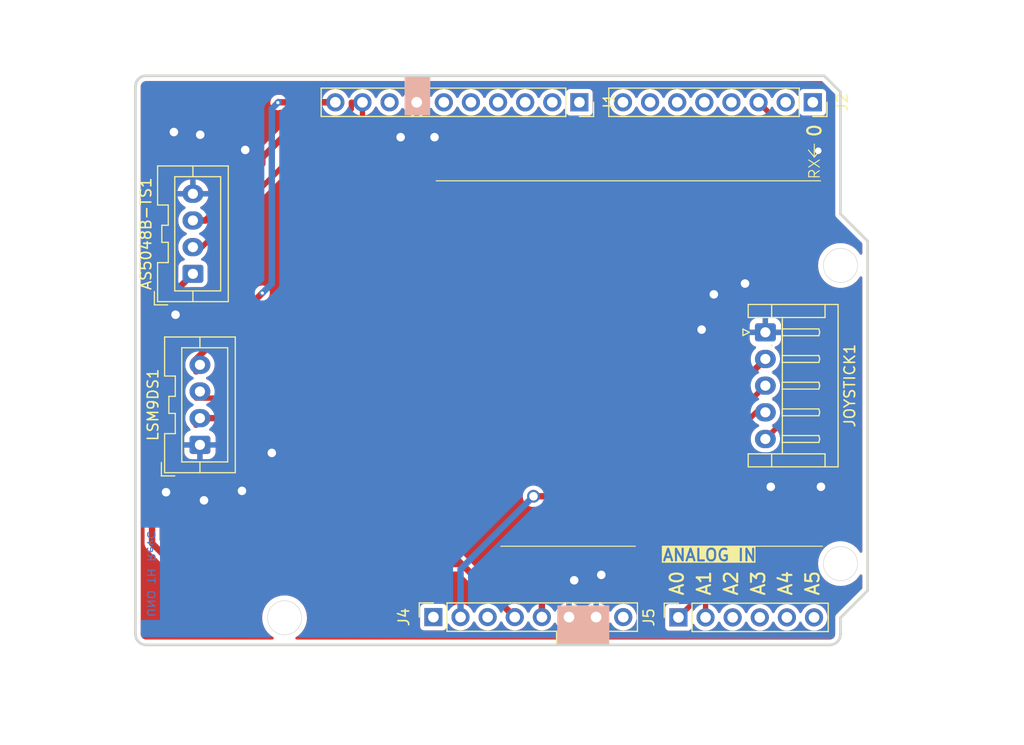
<source format=kicad_pcb>
(kicad_pcb (version 20240108) (generator "pcbnew") (generator_version "8.0")
  (layers (0 "F.Cu" signal) (31 "B.Cu" signal) (34 "B.Paste" user) (35 "F.Paste" user) (36 "B.SilkS" user "B.Silkscreen") (37 "F.SilkS" user "F.Silkscreen") (38 "B.Mask" user) (39 "F.Mask" user) (44 "Edge.Cuts" user))
  (net 0 "")
  (net 1 "AD4{slash}SDA")
  (net 2 "GND")
  (net 3 "AD5{slash}SCL")
  (net 4 "+3.3V")
  (net 5 "AREF")
  (net 6 "MISO")
  (net 7 "IO8")
  (net 8 "SCK")
  (net 9 "MOSI")
  (net 10 "SS")
  (net 11 "IO9")
  (net 12 "IO1")
  (net 13 "IO7")
  (net 14 "IO2")
  (net 15 "IO0")
  (net 16 "IO4")
  (net 17 "IO3")
  (net 18 "IO5")
  (net 19 "IO6")
  (net 20 "+5V")
  (net 22 "RESET")
  (net 23 "VCC")
  (net 24 "AD0")
  (net 25 "AD1")
  (net 26 "AD2")
  (net 27 "AD3")
  (net 28 "AD4")
  (net 29 "AD5")
  (footprint "Connector_PinSocket_2.54mm:PinSocket_1x10_P2.54mm_Vertical" (layer "F.Cu") (at 220.2 45.625 -90)
    (property "Reference" "J1" (at 0 -2.77 90) (layer "F.SilkS"))
    (property "Value" "PPTC101LFBN-RC" (hide yes))
    (fp_line (start -1.33 24.19) (end 1.33 24.19) (stroke (width 0.12)) (layer "F.SilkS"))
    (fp_line (start -1.33 1.27) (end -1.33 24.19) (stroke (width 0.12)) (layer "F.SilkS"))
    (fp_line (start -1.33 1.27) (end 1.33 1.27) (stroke (width 0.12)) (layer "F.SilkS"))
    (fp_line (start 1.33 1.27) (end 1.33 24.19) (stroke (width 0.12)) (layer "F.SilkS"))
    (fp_line (start 0 -1.33) (end 1.33 -1.33) (stroke (width 0.12)) (layer "F.SilkS"))
    (fp_line (start 1.33 -1.33) (end 1.33 0) (stroke (width 0.12)) (layer "F.SilkS"))
    (pad "1" thru_hole rect (at 0 0 270) (size 1.7 1.7) (drill 1) (layers "*.Cu" "*.Mask") (net 7 "IO8"))
    (pad "2" thru_hole oval (at 0 2.54 270) (size 1.7 1.7) (drill 1) (layers "*.Cu" "*.Mask") (net 11 "IO9"))
    (pad "3" thru_hole oval (at 0 5.08 270) (size 1.7 1.7) (drill 1) (layers "*.Cu" "*.Mask") (net 10 "SS"))
    (pad "4" thru_hole oval (at 0 7.62 270) (size 1.7 1.7) (drill 1) (layers "*.Cu" "*.Mask") (net 9 "MOSI"))
    (pad "5" thru_hole oval (at 0 10.16 270) (size 1.7 1.7) (drill 1) (layers "*.Cu" "*.Mask") (net 6 "MISO"))
    (pad "6" thru_hole oval (at 0 12.7 270) (size 1.7 1.7) (drill 1) (layers "*.Cu" "*.Mask") (net 8 "SCK"))
    (pad "7" thru_hole oval (at 0 15.24 270) (size 1.7 1.7) (drill 1) (layers "*.Cu" "*.Mask") (net 2 "GND"))
    (pad "8" thru_hole oval (at 0 17.78 270) (size 1.7 1.7) (drill 1) (layers "*.Cu" "*.Mask") (net 5 "AREF"))
    (pad "9" thru_hole oval (at 0 20.32 270) (size 1.7 1.7) (drill 1) (layers "*.Cu" "*.Mask") (net 1 "AD4{slash}SDA"))
    (pad "10" thru_hole oval (at 0 22.86 270) (size 1.7 1.7) (drill 1) (layers "*.Cu" "*.Mask") (net 3 "AD5{slash}SCL"))
  )
  (footprint "Connector_JST:JST_EH_S5B-EH_1x05_P2.50mm_Horizontal" (layer "F.Cu") (at 237.617 67.183 -90)
    (property "Reference" "JOYSTICK1" (at 5 -7.9 90) (layer "F.SilkS"))
    (property "Value" "Conn_01x05")
    (fp_line (start -0.3 2.1) (end 0.3 2.1) (stroke (width 0.12)) (layer "F.SilkS"))
    (fp_line (start 0.3 2.1) (end 0 1.5) (stroke (width 0.12)) (layer "F.SilkS"))
    (fp_line (start -2.61 1.61) (end -2.61 -6.81) (stroke (width 0.12)) (layer "F.SilkS"))
    (fp_line (start -1.39 1.61) (end -2.61 1.61) (stroke (width 0.12)) (layer "F.SilkS"))
    (fp_line (start 11.39 1.61) (end 11.39 -0.59) (stroke (width 0.12)) (layer "F.SilkS"))
    (fp_line (start 12.61 1.61) (end 11.39 1.61) (stroke (width 0.12)) (layer "F.SilkS"))
    (fp_line (start 0 1.5) (end -0.3 2.1) (stroke (width 0.12)) (layer "F.SilkS"))
    (fp_line (start -1.39 -0.59) (end -1.39 1.61) (stroke (width 0.12)) (layer "F.SilkS"))
    (fp_line (start -1.39 -0.59) (end -2.61 -0.59) (stroke (width 0.12)) (layer "F.SilkS"))
    (fp_line (start 1.17 -0.59) (end 1.33 -0.59) (stroke (width 0.12)) (layer "F.SilkS"))
    (fp_line (start 3.67 -0.59) (end 3.83 -0.59) (stroke (width 0.12)) (layer "F.SilkS"))
    (fp_line (start 6.17 -0.59) (end 6.33 -0.59) (stroke (width 0.12)) (layer "F.SilkS"))
    (fp_line (start 8.67 -0.59) (end 8.83 -0.59) (stroke (width 0.12)) (layer "F.SilkS"))
    (fp_line (start 11.39 -0.59) (end 12.61 -0.59) (stroke (width 0.12)) (layer "F.SilkS"))
    (fp_line (start -1.39 -1.59) (end 11.39 -1.59) (stroke (width 0.12)) (layer "F.SilkS"))
    (fp_line (start -0.32 -1.59) (end -0.32 -5.01) (stroke (width 0.12)) (layer "F.SilkS"))
    (fp_line (start 0 -1.59) (end -0.32 -1.59) (stroke (width 0.12)) (layer "F.SilkS"))
    (fp_line (start 0.32 -1.59) (end 0 -1.59) (stroke (width 0.12)) (layer "F.SilkS"))
    (fp_line (start 2.18 -1.59) (end 2.18 -5.01) (stroke (width 0.12)) (layer "F.SilkS"))
    (fp_line (start 2.5 -1.59) (end 2.18 -1.59) (stroke (width 0.12)) (layer "F.SilkS"))
    (fp_line (start 2.82 -1.59) (end 2.5 -1.59) (stroke (width 0.12)) (layer "F.SilkS"))
    (fp_line (start 4.68 -1.59) (end 4.68 -5.01) (stroke (width 0.12)) (layer "F.SilkS"))
    (fp_line (start 5 -1.59) (end 4.68 -1.59) (stroke (width 0.12)) (layer "F.SilkS"))
    (fp_line (start 5.32 -1.59) (end 5 -1.59) (stroke (width 0.12)) (layer "F.SilkS"))
    (fp_line (start 7.18 -1.59) (end 7.18 -5.01) (stroke (width 0.12)) (layer "F.SilkS"))
    (fp_line (start 7.5 -1.59) (end 7.18 -1.59) (stroke (width 0.12)) (layer "F.SilkS"))
    (fp_line (start 7.82 -1.59) (end 7.5 -1.59) (stroke (width 0.12)) (layer "F.SilkS"))
    (fp_line (start 9.68 -1.59) (end 9.68 -5.01) (stroke (width 0.12)) (layer "F.SilkS"))
    (fp_line (start 10 -1.59) (end 9.68 -1.59) (stroke (width 0.12)) (layer "F.SilkS"))
    (fp_line (start 10.32 -1.59) (end 10 -1.59) (stroke (width 0.12)) (layer "F.SilkS"))
    (fp_line (start -0.32 -5.01) (end 0 -5.09) (stroke (width 0.12)) (layer "F.SilkS"))
    (fp_line (start 0.32 -5.01) (end 0.32 -1.59) (stroke (width 0.12)) (layer "F.SilkS"))
    (fp_line (start 2.18 -5.01) (end 2.5 -5.09) (stroke (width 0.12)) (layer "F.SilkS"))
    (fp_line (start 2.82 -5.01) (end 2.82 -1.59) (stroke (width 0.12)) (layer "F.SilkS"))
    (fp_line (start 4.68 -5.01) (end 5 -5.09) (stroke (width 0.12)) (layer "F.SilkS"))
    (fp_line (start 5.32 -5.01) (end 5.32 -1.59) (stroke (width 0.12)) (layer "F.SilkS"))
    (fp_line (start 7.18 -5.01) (end 7.5 -5.09) (stroke (width 0.12)) (layer "F.SilkS"))
    (fp_line (start 7.82 -5.01) (end 7.82 -1.59) (stroke (width 0.12)) (layer "F.SilkS"))
    (fp_line (start 9.68 -5.01) (end 10 -5.09) (stroke (width 0.12)) (layer "F.SilkS"))
    (fp_line (start 10.32 -5.01) (end 10.32 -1.59) (stroke (width 0.12)) (layer "F.SilkS"))
    (fp_line (start 0 -5.09) (end 0.32 -5.01) (stroke (width 0.12)) (layer "F.SilkS"))
    (fp_line (start 2.5 -5.09) (end 2.82 -5.01) (stroke (width 0.12)) (layer "F.SilkS"))
    (fp_line (start 5 -5.09) (end 5.32 -5.01) (stroke (width 0.12)) (layer "F.SilkS"))
    (fp_line (start 7.5 -5.09) (end 7.82 -5.01) (stroke (width 0.12)) (layer "F.SilkS"))
    (fp_line (start 10 -5.09) (end 10.32 -5.01) (stroke (width 0.12)) (layer "F.SilkS"))
    (fp_line (start -2.61 -5.59) (end -1.39 -5.59) (stroke (width 0.12)) (layer "F.SilkS"))
    (fp_line (start -1.39 -5.59) (end -1.39 -0.59) (stroke (width 0.12)) (layer "F.SilkS"))
    (fp_line (start 11.39 -5.59) (end 11.39 -0.59) (stroke (width 0.12)) (layer "F.SilkS"))
    (fp_line (start 12.61 -5.59) (end 11.39 -5.59) (stroke (width 0.12)) (layer "F.SilkS"))
    (fp_line (start -2.61 -6.81) (end 12.61 -6.81) (stroke (width 0.12)) (layer "F.SilkS"))
    (fp_line (start 12.61 -6.81) (end 12.61 1.61) (stroke (width 0.12)) (layer "F.SilkS"))
    (pad "1" thru_hole roundrect (at 0 0 270) (size 1.7 1.95) (drill 0.95) (layers "*.Cu" "*.Mask") (roundrect_rratio 0.147059) (net 2 "GND"))
    (pad "2" thru_hole oval (at 2.5 0 270) (size 1.7 1.95) (drill 0.95) (layers "*.Cu" "*.Mask") (net 20 "+5V"))
    (pad "3" thru_hole oval (at 5 0 270) (size 1.7 1.95) (drill 0.95) (layers "*.Cu" "*.Mask") (net 24 "AD0"))
    (pad "4" thru_hole oval (at 7.5 0 270) (size 1.7 1.95) (drill 0.95) (layers "*.Cu" "*.Mask") (net 25 "AD1"))
    (pad "5" thru_hole oval (at 10 0 270) (size 1.7 1.95) (drill 0.95) (layers "*.Cu" "*.Mask") (net 14 "IO2"))
  )
  (footprint "Connector_PinSocket_2.54mm:PinSocket_1x06_P2.54mm_Vertical" (layer "F.Cu") (at 229.475 93.9 90)
    (property "Reference" "J5" (at 0 -2.77 90) (layer "F.SilkS"))
    (property "Value" "PPTC061LFBN-RC")
    (fp_line (start 1.33 -1.33) (end 1.33 0) (stroke (width 0.12)) (layer "F.SilkS"))
    (fp_line (start 0 -1.33) (end 1.33 -1.33) (stroke (width 0.12)) (layer "F.SilkS"))
    (fp_line (start 1.33 1.27) (end 1.33 14.03) (stroke (width 0.12)) (layer "F.SilkS"))
    (fp_line (start -1.33 1.27) (end 1.33 1.27) (stroke (width 0.12)) (layer "F.SilkS"))
    (fp_line (start -1.33 1.27) (end -1.33 14.03) (stroke (width 0.12)) (layer "F.SilkS"))
    (fp_line (start -1.33 14.03) (end 1.33 14.03) (stroke (width 0.12)) (layer "F.SilkS"))
    (pad "1" thru_hole rect (at 0 0 90) (size 1.7 1.7) (drill 1) (layers "*.Cu" "*.Mask") (net 24 "AD0"))
    (pad "2" thru_hole oval (at 0 2.54 90) (size 1.7 1.7) (drill 1) (layers "*.Cu" "*.Mask") (net 25 "AD1"))
    (pad "3" thru_hole oval (at 0 5.08 90) (size 1.7 1.7) (drill 1) (layers "*.Cu" "*.Mask") (net 26 "AD2"))
    (pad "4" thru_hole oval (at 0 7.62 90) (size 1.7 1.7) (drill 1) (layers "*.Cu" "*.Mask") (net 27 "AD3"))
    (pad "5" thru_hole oval (at 0 10.16 90) (size 1.7 1.7) (drill 1) (layers "*.Cu" "*.Mask") (net 28 "AD4"))
    (pad "6" thru_hole oval (at 0 12.7 90) (size 1.7 1.7) (drill 1) (layers "*.Cu" "*.Mask") (net 29 "AD5"))
  )
  (footprint "Connector_PinSocket_2.54mm:PinSocket_1x08_P2.54mm_Vertical" (layer "F.Cu") (at 206.525 93.875 90)
    (property "Reference" "J4" (at 0 -2.77 90) (layer "F.SilkS"))
    (property "Value" "PPTC081LFBN-RC")
    (fp_line (start 1.33 -1.33) (end 1.33 0) (stroke (width 0.12)) (layer "F.SilkS"))
    (fp_line (start 0 -1.33) (end 1.33 -1.33) (stroke (width 0.12)) (layer "F.SilkS"))
    (fp_line (start 1.33 1.27) (end 1.33 19.11) (stroke (width 0.12)) (layer "F.SilkS"))
    (fp_line (start -1.33 1.27) (end 1.33 1.27) (stroke (width 0.12)) (layer "F.SilkS"))
    (fp_line (start -1.33 1.27) (end -1.33 19.11) (stroke (width 0.12)) (layer "F.SilkS"))
    (fp_line (start -1.33 19.11) (end 1.33 19.11) (stroke (width 0.12)) (layer "F.SilkS"))
    (pad "1" thru_hole rect (at 0 0 90) (size 1.7 1.7) (drill 1) (layers "*.Cu" "*.Mask"))
    (pad "2" thru_hole oval (at 0 2.54 90) (size 1.7 1.7) (drill 1) (layers "*.Cu" "*.Mask") (net 20 "+5V"))
    (pad "3" thru_hole oval (at 0 5.08 90) (size 1.7 1.7) (drill 1) (layers "*.Cu" "*.Mask") (net 22 "RESET"))
    (pad "4" thru_hole oval (at 0 7.62 90) (size 1.7 1.7) (drill 1) (layers "*.Cu" "*.Mask") (net 4 "+3.3V"))
    (pad "5" thru_hole oval (at 0 10.16 90) (size 1.7 1.7) (drill 1) (layers "*.Cu" "*.Mask") (net 20 "+5V"))
    (pad "6" thru_hole oval (at 0 12.7 90) (size 1.7 1.7) (drill 1) (layers "*.Cu" "*.Mask") (net 2 "GND"))
    (pad "7" thru_hole oval (at 0 15.24 90) (size 1.7 1.7) (drill 1) (layers "*.Cu" "*.Mask") (net 2 "GND"))
    (pad "8" thru_hole oval (at 0 17.78 90) (size 1.7 1.7) (drill 1) (layers "*.Cu" "*.Mask") (net 23 "VCC"))
  )
  (footprint "Connector_JST:JST_XA_B04B-XASK-1_1x04_P2.50mm_Vertical" (layer "F.Cu") (at 184.658 77.731 90)
    (property "Reference" "LSM9DS1" (at 3.75 -4.4 90) (layer "F.SilkS"))
    (property "Value" "Conn_01x04")
    (fp_line (start -1.66 -3.61) (end -2.91 -3.61) (stroke (width 0.12)) (layer "F.SilkS"))
    (fp_line (start -2.91 -3.61) (end -2.91 -2.36) (stroke (width 0.12)) (layer "F.SilkS"))
    (fp_line (start 10.11 -3.31) (end 6.45 -3.31) (stroke (width 0.12)) (layer "F.SilkS"))
    (fp_line (start 6.45 -3.31) (end 6.45 -2.31) (stroke (width 0.12)) (layer "F.SilkS"))
    (fp_line (start 1.05 -3.31) (end -2.61 -3.31) (stroke (width 0.12)) (layer "F.SilkS"))
    (fp_line (start -2.61 -3.31) (end -2.61 3.31) (stroke (width 0.12)) (layer "F.SilkS"))
    (fp_line (start 4.55 -2.91) (end 2.95 -2.91) (stroke (width 0.12)) (layer "F.SilkS"))
    (fp_line (start 2.95 -2.91) (end 2.95 -2.31) (stroke (width 0.12)) (layer "F.SilkS"))
    (fp_line (start 6.45 -2.31) (end 4.55 -2.31) (stroke (width 0.12)) (layer "F.SilkS"))
    (fp_line (start 4.55 -2.31) (end 4.55 -2.91) (stroke (width 0.12)) (layer "F.SilkS"))
    (fp_line (start 2.95 -2.31) (end 1.05 -2.31) (stroke (width 0.12)) (layer "F.SilkS"))
    (fp_line (start 1.05 -2.31) (end 1.05 -3.31) (stroke (width 0.12)) (layer "F.SilkS"))
    (fp_line (start 9.1 -1.7) (end -1.6 -1.7) (stroke (width 0.12)) (layer "F.SilkS"))
    (fp_line (start -1.6 -1.7) (end -1.6 2.6) (stroke (width 0.12)) (layer "F.SilkS"))
    (fp_line (start 10.11 0) (end 9.1 0) (stroke (width 0.12)) (layer "F.SilkS"))
    (fp_line (start -2.61 0) (end -1.6 0) (stroke (width 0.12)) (layer "F.SilkS"))
    (fp_line (start 9.1 2.6) (end 9.1 -1.7) (stroke (width 0.12)) (layer "F.SilkS"))
    (fp_line (start -1.6 2.6) (end 9.1 2.6) (stroke (width 0.12)) (layer "F.SilkS"))
    (fp_line (start 10.11 3.31) (end 10.11 -3.31) (stroke (width 0.12)) (layer "F.SilkS"))
    (fp_line (start -2.61 3.31) (end 10.11 3.31) (stroke (width 0.12)) (layer "F.SilkS"))
    (pad "1" thru_hole roundrect (at 0 0 90) (size 1.7 1.95) (drill 0.95) (layers "*.Cu" "*.Mask") (roundrect_rratio 0.147059) (net 2 "GND"))
    (pad "2" thru_hole oval (at 2.5 0 90) (size 1.7 1.95) (drill 0.95) (layers "*.Cu" "*.Mask") (net 4 "+3.3V"))
    (pad "3" thru_hole oval (at 5 0 90) (size 1.7 1.95) (drill 0.95) (layers "*.Cu" "*.Mask") (net 1 "AD4{slash}SDA"))
    (pad "4" thru_hole oval (at 7.5 0 90) (size 1.7 1.95) (drill 0.95) (layers "*.Cu" "*.Mask") (net 3 "AD5{slash}SCL"))
  )
  (footprint "Connector_JST:JST_XA_B04B-XASK-1_1x04_P2.50mm_Vertical" (layer "F.Cu") (at 184 61.7 90)
    (property "Reference" "AS5048B-TS1" (at 3.75 -4.4 90) (layer "F.SilkS"))
    (property "Value" "Conn_01x04")
    (fp_line (start -1.66 -3.61) (end -2.91 -3.61) (stroke (width 0.12)) (layer "F.SilkS"))
    (fp_line (start -2.91 -3.61) (end -2.91 -2.36) (stroke (width 0.12)) (layer "F.SilkS"))
    (fp_line (start 10.11 -3.31) (end 6.45 -3.31) (stroke (width 0.12)) (layer "F.SilkS"))
    (fp_line (start 6.45 -3.31) (end 6.45 -2.31) (stroke (width 0.12)) (layer "F.SilkS"))
    (fp_line (start 1.05 -3.31) (end -2.61 -3.31) (stroke (width 0.12)) (layer "F.SilkS"))
    (fp_line (start -2.61 -3.31) (end -2.61 3.31) (stroke (width 0.12)) (layer "F.SilkS"))
    (fp_line (start 4.55 -2.91) (end 2.95 -2.91) (stroke (width 0.12)) (layer "F.SilkS"))
    (fp_line (start 2.95 -2.91) (end 2.95 -2.31) (stroke (width 0.12)) (layer "F.SilkS"))
    (fp_line (start 6.45 -2.31) (end 4.55 -2.31) (stroke (width 0.12)) (layer "F.SilkS"))
    (fp_line (start 4.55 -2.31) (end 4.55 -2.91) (stroke (width 0.12)) (layer "F.SilkS"))
    (fp_line (start 2.95 -2.31) (end 1.05 -2.31) (stroke (width 0.12)) (layer "F.SilkS"))
    (fp_line (start 1.05 -2.31) (end 1.05 -3.31) (stroke (width 0.12)) (layer "F.SilkS"))
    (fp_line (start 9.1 -1.7) (end -1.6 -1.7) (stroke (width 0.12)) (layer "F.SilkS"))
    (fp_line (start -1.6 -1.7) (end -1.6 2.6) (stroke (width 0.12)) (layer "F.SilkS"))
    (fp_line (start 10.11 0) (end 9.1 0) (stroke (width 0.12)) (layer "F.SilkS"))
    (fp_line (start -2.61 0) (end -1.6 0) (stroke (width 0.12)) (layer "F.SilkS"))
    (fp_line (start 9.1 2.6) (end 9.1 -1.7) (stroke (width 0.12)) (layer "F.SilkS"))
    (fp_line (start -1.6 2.6) (end 9.1 2.6) (stroke (width 0.12)) (layer "F.SilkS"))
    (fp_line (start 10.11 3.31) (end 10.11 -3.31) (stroke (width 0.12)) (layer "F.SilkS"))
    (fp_line (start -2.61 3.31) (end 10.11 3.31) (stroke (width 0.12)) (layer "F.SilkS"))
    (pad "1" thru_hole roundrect (at 0 0 90) (size 1.7 1.95) (drill 0.95) (layers "*.Cu" "*.Mask") (roundrect_rratio 0.147059) (net 4 "+3.3V"))
    (pad "2" thru_hole oval (at 2.5 0 90) (size 1.7 1.95) (drill 0.95) (layers "*.Cu" "*.Mask") (net 1 "AD4{slash}SDA"))
    (pad "3" thru_hole oval (at 5 0 90) (size 1.7 1.95) (drill 0.95) (layers "*.Cu" "*.Mask") (net 3 "AD5{slash}SCL"))
    (pad "4" thru_hole oval (at 7.5 0 90) (size 1.7 1.95) (drill 0.95) (layers "*.Cu" "*.Mask") (net 2 "GND"))
  )
  (footprint "Connector_PinSocket_2.54mm:PinSocket_1x08_P2.54mm_Vertical" (layer "F.Cu") (at 242.06 45.625 -90)
    (property "Reference" "J2" (at 0 -2.77 90) (layer "F.SilkS"))
    (property "Value" "PPTC081LFBN-RC")
    (fp_line (start -1.33 19.11) (end 1.33 19.11) (stroke (width 0.12)) (layer "F.SilkS"))
    (fp_line (start -1.33 1.27) (end -1.33 19.11) (stroke (width 0.12)) (layer "F.SilkS"))
    (fp_line (start -1.33 1.27) (end 1.33 1.27) (stroke (width 0.12)) (layer "F.SilkS"))
    (fp_line (start 1.33 1.27) (end 1.33 19.11) (stroke (width 0.12)) (layer "F.SilkS"))
    (fp_line (start 0 -1.33) (end 1.33 -1.33) (stroke (width 0.12)) (layer "F.SilkS"))
    (fp_line (start 1.33 -1.33) (end 1.33 0) (stroke (width 0.12)) (layer "F.SilkS"))
    (pad "1" thru_hole rect (at 0 0 270) (size 1.7 1.7) (drill 1) (layers "*.Cu" "*.Mask") (net 15 "IO0"))
    (pad "2" thru_hole oval (at 0 2.54 270) (size 1.7 1.7) (drill 1) (layers "*.Cu" "*.Mask") (net 12 "IO1"))
    (pad "3" thru_hole oval (at 0 5.08 270) (size 1.7 1.7) (drill 1) (layers "*.Cu" "*.Mask") (net 14 "IO2"))
    (pad "4" thru_hole oval (at 0 7.62 270) (size 1.7 1.7) (drill 1) (layers "*.Cu" "*.Mask") (net 17 "IO3"))
    (pad "5" thru_hole oval (at 0 10.16 270) (size 1.7 1.7) (drill 1) (layers "*.Cu" "*.Mask") (net 16 "IO4"))
    (pad "6" thru_hole oval (at 0 12.7 270) (size 1.7 1.7) (drill 1) (layers "*.Cu" "*.Mask") (net 18 "IO5"))
    (pad "7" thru_hole oval (at 0 15.24 270) (size 1.7 1.7) (drill 1) (layers "*.Cu" "*.Mask") (net 19 "IO6"))
    (pad "8" thru_hole oval (at 0 17.78 270) (size 1.7 1.7) (drill 1) (layers "*.Cu" "*.Mask") (net 13 "IO7"))
  )
  (gr_rect (start 203.873799 43.290467) (end 206.173799 46.790467) (stroke (width 0.1)) (fill solid) (layer "B.SilkS"))
  (gr_rect (start 218.173999 92.826813) (end 222.949199 96.326813) (stroke (width 0.1)) (fill solid) (layer "B.SilkS"))
  (gr_line (start 227.971399 87.232467) (end 242.971399 87.232467) (stroke (width 0.1)) (layer "F.SilkS"))
  (gr_line (start 242.202399 49.538867) (end 242.202399 50.758067) (stroke (width 0.1)) (layer "F.SilkS"))
  (gr_rect (start 218.050999 95.326123) (end 222.826199 96.326123) (stroke (width 0.1)) (fill solid) (layer "F.SilkS"))
  (gr_line (start 242.202399 50.758067) (end 242.75841 50.095439) (stroke (width 0.1)) (layer "F.SilkS"))
  (gr_line (start 206.782399 52.984467) (end 242.782399 52.984467) (stroke (width 0.1)) (layer "F.SilkS"))
  (gr_line (start 242.202399 50.758067) (end 241.646388 50.095439) (stroke (width 0.1)) (layer "F.SilkS"))
  (gr_rect (start 203.873799 43.290467) (end 206.173799 44.290467) (stroke (width 0.1)) (fill solid) (layer "F.SilkS"))
  (gr_line (start 212.838399 87.232467) (end 225.438399 87.232467) (stroke (width 0.1)) (layer "F.SilkS"))
  (gr_line (start 244.653499 56.092067) (end 247.193499 58.632067) (stroke (width 0.254)) (layer "Edge.Cuts"))
  (gr_circle (center 192.583499 93.938067) (end 194.183499 93.938067) (stroke (width 0.05)) (fill none) (layer "Edge.Cuts"))
  (gr_circle (center 244.653499 88.858067) (end 246.253499 88.858067) (stroke (width 0.05)) (fill none) (layer "Edge.Cuts"))
  (gr_line (start 244.653499 44.662067) (end 244.653499 56.092067) (stroke (width 0.254)) (layer "Edge.Cuts"))
  (gr_circle (center 244.653499 60.918067) (end 246.253499 60.918067) (stroke (width 0.05)) (fill none) (layer "Edge.Cuts"))
  (gr_line (start 243.653499 96.478067) (end 179.613499 96.478067) (stroke (width 0.254)) (layer "Edge.Cuts"))
  (gr_line (start 178.613499 95.478067) (end 178.613499 44.138067) (stroke (width 0.254)) (layer "Edge.Cuts"))
  (gr_line (start 243.129499 43.138067) (end 244.653499 44.662067) (stroke (width 0.254)) (layer "Edge.Cuts"))
  (gr_arc (start 179.613499 96.478067) (mid 178.906392 96.185174) (end 178.613499 95.478067) (stroke (width 0.254)) (layer "Edge.Cuts"))
  (gr_line (start 247.193499 58.632067) (end 247.193499 91.398067) (stroke (width 0.254)) (layer "Edge.Cuts"))
  (gr_line (start 179.613499 43.138067) (end 243.129499 43.138067) (stroke (width 0.254)) (layer "Edge.Cuts"))
  (gr_arc (start 244.653499 95.478067) (mid 244.360606 96.185174) (end 243.653499 96.478067) (stroke (width 0.254)) (layer "Edge.Cuts"))
  (gr_line (start 244.653499 93.938067) (end 244.653499 95.478067) (stroke (width 0.254)) (layer "Edge.Cuts"))
  (gr_line (start 247.193499 91.398067) (end 244.653499 93.938067) (stroke (width 0.254)) (layer "Edge.Cuts"))
  (gr_arc (start 178.613499 44.138067) (mid 178.906392 43.43096) (end 179.613499 43.138067) (stroke (width 0.254)) (layer "Edge.Cuts"))
  (gr_text "UNO TH RevC" (at 180.482399 93.934467 270) (layer "B.Cu") (effects (font (size 0.7 0.8) (thickness 0.1)) (justify left top mirror)))
  (gr_text "ANALOG IN" (at 227.907399 88.704467 0) (layer "F.SilkS" knockout) (effects (font (size 1.1 1.1) (thickness 0.2) (bold yes)) (justify left bottom)))
  (gr_text "RX" (at 242.802399 52.904467 90) (layer "F.SilkS") (effects (font (size 1 1) (thickness 0.1)) (justify left bottom)))
  (gr_text "A4" (at 240.222399 91.954467 90) (layer "F.SilkS") (effects (font (size 1.25 1.25) (thickness 0.2) (bold yes)) (justify left bottom)))
  (gr_text "A2" (at 235.142399 91.954467 90) (layer "F.SilkS") (effects (font (size 1.25 1.25) (thickness 0.2) (bold yes)) (justify left bottom)))
  (gr_text "A0" (at 230.062399 91.954467 90) (layer "F.SilkS") (effects (font (size 1.25 1.25) (thickness 0.2) (bold yes)) (justify left bottom)))
  (gr_text "A5" (at 242.762399 91.954467 90) (layer "F.SilkS") (effects (font (size 1.25 1.25) (thickness 0.2) (bold yes)) (justify left bottom)))
  (gr_text "A1" (at 232.602399 91.954467 90) (layer "F.SilkS") (effects (font (size 1.25 1.25) (thickness 0.2) (bold yes)) (justify left bottom)))
  (gr_text "A3" (at 237.682399 91.954467 90) (layer "F.SilkS") (effects (font (size 1.25 1.25) (thickness 0.2) (bold yes)) (justify left bottom)))
  (gr_text "0" (at 242.952399 49.004467 90) (layer "F.SilkS") (effects (font (size 1.25 1.25) (thickness 0.2) (bold yes)) (justify left bottom)))
  (segment (start 184.8375 59.2) (end 196.9125 47.125) (width 0.5) (layer "F.Cu") (net 1))
  (segment (start 199.88 64.625) (end 199.88 45.625) (width 0.5) (layer "F.Cu") (net 1))
  (segment (start 184 59.2) (end 184.8375 59.2) (width 0.5) (layer "F.Cu") (net 1))
  (segment (start 198.84 46.246321) (end 198.84 45.625) (width 0.5) (layer "F.Cu") (net 1))
  (segment (start 184.3 73.35) (end 191.191 73.35) (width 0.5) (layer "F.Cu") (net 1))
  (segment (start 199.898 64.643) (end 199.88 64.625) (width 0.5) (layer "F.Cu") (net 1))
  (segment (start 196.9125 47.125) (end 197.961321 47.125) (width 0.5) (layer "F.Cu") (net 1))
  (segment (start 198.84 45.625) (end 199.88 45.625) (width 0.5) (layer "F.Cu") (net 1))
  (segment (start 197.961321 47.125) (end 198.84 46.246321) (width 0.5) (layer "F.Cu") (net 1))
  (segment (start 191.191 73.35) (end 199.898 64.643) (width 0.5) (layer "F.Cu") (net 1))
  (via (at 181.483 82.169) (size 1.2192) (drill 0.8) (layers "F.Cu" "B.Cu") (net 2))
  (via (at 185.039 82.931) (size 1.2192) (drill 0.8) (layers "F.Cu" "B.Cu") (net 2))
  (via (at 182.2196 48.4124) (size 1.2192) (drill 0.8) (layers "F.Cu" "B.Cu") (net 2))
  (via (at 242.824 81.661) (size 1.2192) (drill 0.8) (layers "F.Cu" "B.Cu") (net 2))
  (via (at 232.791 63.627) (size 1.2192) (drill 0.8) (layers "F.Cu" "B.Cu") (net 2))
  (via (at 238.125 81.661) (size 1.2192) (drill 0.8) (layers "F.Cu" "B.Cu") (net 2))
  (via (at 188.595 82.042) (size 1.2192) (drill 0.8) (layers "F.Cu" "B.Cu") (net 2))
  (via (at 206.629 48.895) (size 1.2192) (drill 0.8) (layers "F.Cu" "B.Cu") (net 2))
  (via (at 182.372 65.532) (size 1.2192) (drill 0.8) (layers "F.Cu" "B.Cu") (net 2))
  (via (at 231.648 66.929) (size 1.2192) (drill 0.8) (layers "F.Cu" "B.Cu") (net 2))
  (via (at 188.8998 50.0888) (size 1.2192) (drill 0.8) (layers "F.Cu" "B.Cu") (net 2))
  (via (at 242.57 50.165) (size 1.2192) (drill 0.6096) (layers "F.Cu" "B.Cu") (net 2))
  (via (at 184.6834 48.6664) (size 1.2192) (drill 0.8) (layers "F.Cu" "B.Cu") (net 2))
  (via (at 203.454 48.895) (size 1.2192) (drill 0.8) (layers "F.Cu" "B.Cu") (net 2))
  (via (at 222.25 89.916) (size 1.2192) (drill 0.8) (layers "F.Cu" "B.Cu") (net 2))
  (via (at 235.712 62.611) (size 1.2192) (drill 0.8) (layers "F.Cu" "B.Cu") (net 2))
  (via (at 191.389 78.486) (size 1.2192) (drill 0.8) (layers "F.Cu" "B.Cu") (net 2))
  (via (at 219.71 90.424) (size 1.2192) (drill 0.8) (layers "F.Cu" "B.Cu") (net 2))
  (segment (start 184 56.7) (end 185.175 56.7) (width 0.6) (layer "F.Cu") (net 3))
  (segment (start 191.992 45.625) (end 197.34 45.625) (width 0.6) (layer "F.Cu") (net 3))
  (segment (start 185.175 56.7) (end 190.5 51.375) (width 0.6) (layer "F.Cu") (net 3))
  (segment (start 195.675 45.625) (end 190.5 50.8) (width 0.6) (layer "F.Cu") (net 3))
  (segment (start 184.3 69.7) (end 190.5 63.5) (width 0.6) (layer "F.Cu") (net 3))
  (segment (start 191.9605 45.6565) (end 191.992 45.625) (width 0.6) (layer "F.Cu") (net 3))
  (segment (start 190.5 50.8) (end 190.5 51.375) (width 0.6) (layer "F.Cu") (net 3))
  (segment (start 184.3 70.85) (end 184.3 69.7) (width 0.6) (layer "F.Cu") (net 3))
  (segment (start 197.34 45.625) (end 195.675 45.625) (width 0.6) (layer "F.Cu") (net 3))
  (via (at 191.9605 45.6565) (size 0.6) (drill 0.3) (layers "F.Cu" "B.Cu") (net 3))
  (via (at 190.5 63.5) (size 0.6) (drill 0.3) (layers "F.Cu" "B.Cu") (net 3))
  (segment (start 190.5 63.5) (end 191.389 62.611) (width 0.6) (layer "B.Cu") (net 3))
  (segment (start 191.9605 45.6565) (end 192.024 45.593) (width 0.6) (layer "B.Cu") (net 3))
  (segment (start 191.389 62.611) (end 191.389 46.228) (width 0.6) (layer "B.Cu") (net 3))
  (segment (start 191.389 46.228) (end 191.9605 45.6565) (width 0.6) (layer "B.Cu") (net 3))
  (segment (start 184 61.7) (end 180.34 65.36) (width 0.6) (layer "F.Cu") (net 4))
  (segment (start 180.34 65.36) (end 180.34 81.459945) (width 0.6) (layer "F.Cu") (net 4))
  (segment (start 184.919 75.231) (end 195.501 75.231) (width 0.6) (layer "F.Cu") (net 4))
  (segment (start 195.501 75.231) (end 214.145 93.875) (width 0.6) (layer "F.Cu") (net 4))
  (segment (start 180.1734 86.9554) (end 182.118 88.9) (width 0.6) (layer "F.Cu") (net 4))
  (segment (start 184.3 75.85) (end 184.919 75.231) (width 0.6) (layer "F.Cu") (net 4))
  (segment (start 182.118 88.9) (end 209.17 88.9) (width 0.6) (layer "F.Cu") (net 4))
  (segment (start 180.1734 81.626545) (end 180.1734 86.9554) (width 0.6) (layer "F.Cu") (net 4))
  (segment (start 180.34 81.459945) (end 180.1734 81.626545) (width 0.6) (layer "F.Cu") (net 4))
  (segment (start 209.17 88.9) (end 214.145 93.875) (width 0.6) (layer "F.Cu") (net 4))
  (segment (start 239.522 49.149) (end 239.522 48.167) (width 0.5) (layer "F.Cu") (net 14))
  (segment (start 237.617 77.183) (end 241.3 73.5) (width 0.5) (layer "F.Cu") (net 14))
  (segment (start 241.3 73.5) (end 241.3 50.927) (width 0.5) (layer "F.Cu") (net 14))
  (segment (start 239.522 48.167) (end 236.98 45.625) (width 0.5) (layer "F.Cu") (net 14))
  (segment (start 241.3 50.927) (end 239.522 49.149) (width 0.5) (layer "F.Cu") (net 14))
  (segment (start 223.5 83.8) (end 220.325 86.975) (width 0.6) (layer "F.Cu") (net 20))
  (segment (start 215.9 82.55) (end 218.125 82.55) (width 0.6) (layer "F.Cu") (net 20))
  (segment (start 216.685 90.615) (end 216.685 93.875) (width 0.6) (layer "F.Cu") (net 20))
  (segment (start 237.617 69.683) (end 223.5 83.8) (width 0.6) (layer "F.Cu") (net 20))
  (segment (start 220.325 86.975) (end 216.685 90.615) (width 0.6) (layer "F.Cu") (net 20))
  (segment (start 220.325 84.75) (end 220.325 86.975) (width 0.6) (layer "F.Cu") (net 20))
  (segment (start 218.125 82.55) (end 220.325 84.75) (width 0.6) (layer "F.Cu") (net 20))
  (via (at 215.9 82.55) (size 1.2) (drill 0.8) (layers "F.Cu" "B.Cu") (net 20))
  (segment (start 215.9 82.55) (end 209.065 89.385) (width 0.6) (layer "B.Cu") (net 20))
  (segment (start 209.065 89.385) (end 209.065 93.875) (width 0.6) (layer "B.Cu") (net 20))
  (segment (start 229.070599 93.595267) (end 229.413399 93.938067) (width 0.254) (layer "F.Cu") (net 24))
  (segment (start 237.617 72.183) (end 231.115 78.685) (width 0.5) (layer "F.Cu") (net 24))
  (segment (start 231.115 78.685) (end 231.115 92.26) (width 0.5) (layer "F.Cu") (net 24))
  (segment (start 231.115 92.26) (end 229.475 93.9) (width 0.5) (layer "F.Cu") (net 24))
  (segment (start 231.953399 93.938067) (end 231.585199 93.569867) (width 0.254) (layer "F.Cu") (net 25))
  (segment (start 232.015 79.41) (end 232.015 93.9) (width 0.5) (layer "F.Cu") (net 25))
  (segment (start 236.742 74.683) (end 232.015 79.41) (width 0.5) (layer "F.Cu") (net 25))
  (segment (start 234.493399 93.938067) (end 234.125199 93.569867) (width 0.254) (layer "F.Cu") (net 26))
  (segment (start 237.033399 93.938067) (end 236.690599 93.595267) (width 0.254) (layer "F.Cu") (net 27))
  (segment (start 239.255999 93.620667) (end 239.573399 93.938067) (width 0.254) (layer "F.Cu") (net 28))
  (segment (start 241.745199 93.569867) (end 242.113399 93.938067) (width 0.254) (layer "F.Cu") (net 29))
  (zone (net 2) (net_name "GND") (layer "F.Cu") (priority 6) (connect_pads (clearance 0.3)) (min_thickness 0.25) (fill yes (thermal_gap 0.5) (thermal_bridge_width 0.5))
    (polygon (pts (xy 260.658534 105.886368) (xy 174.163734 105.886368) (xy 175.363734 36.036568) (xy 261.858534 36.036568)))
  )
  (zone (net 2) (net_name "GND") (layer "B.Cu") (priority 4) (connect_pads (clearance 0.3)) (min_thickness 0.25) (fill yes (thermal_gap 0.5) (thermal_bridge_width 0.5))
    (polygon (pts (xy 249.667 43.958316) (xy 249.667 95.918) (xy 166.267316 95.718) (xy 165.9538 95.404484) (xy 165.9538 66.0508) (xy 165.931 66.127) (xy 165.931 50.0742) (xy 165.9538 49.998) (xy 165.9538 43.4448) (xy 233.153484 43.4448)))
  )
)
</source>
